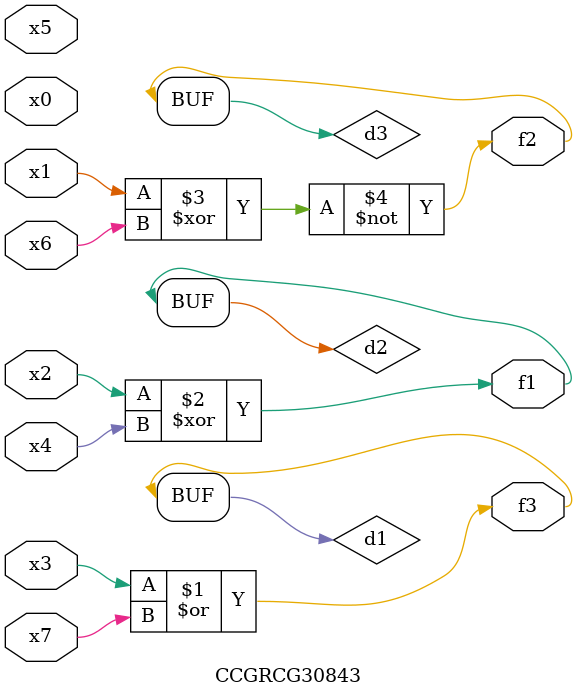
<source format=v>
module CCGRCG30843(
	input x0, x1, x2, x3, x4, x5, x6, x7,
	output f1, f2, f3
);

	wire d1, d2, d3;

	or (d1, x3, x7);
	xor (d2, x2, x4);
	xnor (d3, x1, x6);
	assign f1 = d2;
	assign f2 = d3;
	assign f3 = d1;
endmodule

</source>
